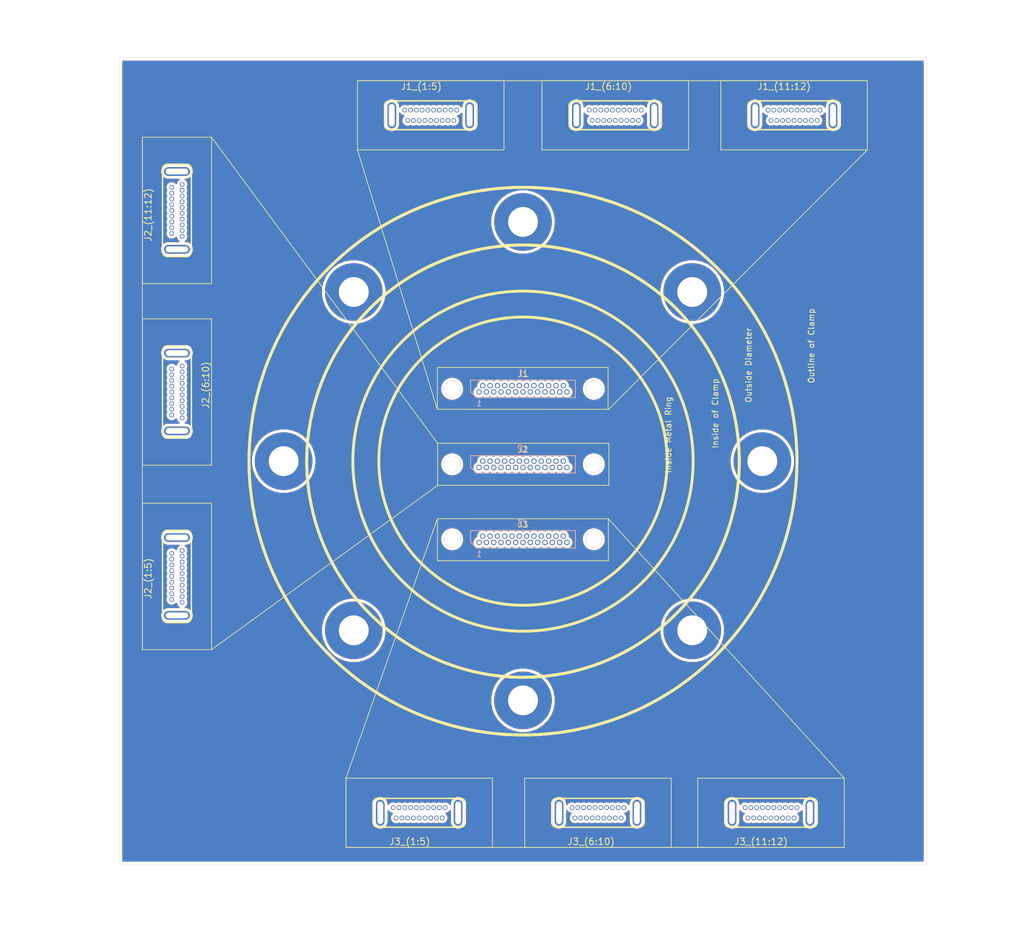
<source format=kicad_pcb>
(kicad_pcb (version 20171130) (host pcbnew "(5.1.9)-1")
  (layers (0 F.Cu signal) (1 In1.Cu signal) (2 In2.Cu signal) (31 B.Cu signal) (34 B.Paste user) (35 F.Paste user) (36 B.SilkS user) (37 F.SilkS user) (38 B.Mask user) (39 F.Mask user) (44 Edge.Cuts user))
  (net 0 "")
  (net 1 "Net-(J1-Pad19)")
  (net 2 "Net-(J1-Pad18)")
  (net 3 "Net-(J1-Pad17)")
  (net 4 "Net-(J1-Pad16)")
  (net 5 "Net-(J1-Pad15)")
  (net 6 "Net-(J1-Pad14)")
  (net 7 "Net-(J1-Pad13)")
  (net 8 "Net-(J1-Pad12)")
  (net 9 "Net-(J1-Pad11)")
  (net 10 "Net-(J1-Pad10)")
  (net 11 "Net-(J1-Pad9)")
  (net 12 "Net-(J1-Pad8)")
  (net 13 "Net-(J1-Pad7)")
  (net 14 "Net-(J1-Pad6)")
  (net 15 "Net-(J1-Pad5)")
  (net 16 "Net-(J1-Pad4)")
  (net 17 "Net-(J1-Pad3)")
  (net 18 "Net-(J1-Pad2)")
  (net 19 "Net-(J1-Pad1)")
  (net 20 "Net-(J2-Pad1)")
  (net 21 "Net-(J2-Pad2)")
  (net 22 "Net-(J2-Pad3)")
  (net 23 "Net-(J2-Pad4)")
  (net 24 "Net-(J2-Pad5)")
  (net 25 "Net-(J2-Pad6)")
  (net 26 "Net-(J2-Pad7)")
  (net 27 "Net-(J2-Pad8)")
  (net 28 "Net-(J2-Pad9)")
  (net 29 "Net-(J2-Pad10)")
  (net 30 "Net-(J2-Pad11)")
  (net 31 "Net-(J2-Pad12)")
  (net 32 "Net-(J2-Pad13)")
  (net 33 "Net-(J2-Pad14)")
  (net 34 "Net-(J2-Pad15)")
  (net 35 "Net-(J2-Pad16)")
  (net 36 "Net-(J2-Pad17)")
  (net 37 "Net-(J2-Pad18)")
  (net 38 "Net-(J2-Pad19)")
  (net 39 "Net-(J3-Pad1)")
  (net 40 "Net-(J3-Pad2)")
  (net 41 "Net-(J3-Pad3)")
  (net 42 "Net-(J3-Pad4)")
  (net 43 "Net-(J3-Pad5)")
  (net 44 "Net-(J3-Pad6)")
  (net 45 "Net-(J3-Pad7)")
  (net 46 "Net-(J3-Pad8)")
  (net 47 "Net-(J3-Pad9)")
  (net 48 "Net-(J3-Pad10)")
  (net 49 "Net-(J3-Pad11)")
  (net 50 "Net-(J3-Pad12)")
  (net 51 "Net-(J3-Pad13)")
  (net 52 "Net-(J3-Pad14)")
  (net 53 "Net-(J3-Pad15)")
  (net 54 "Net-(J3-Pad16)")
  (net 55 "Net-(J3-Pad17)")
  (net 56 "Net-(J3-Pad18)")
  (net 57 "Net-(J3-Pad19)")
  (net 58 "Net-(J4-Pad13)")
  (net 59 "Net-(J5-Pad1)")
  (net 60 "Net-(J5-Pad2)")
  (net 61 "Net-(J5-Pad3)")
  (net 62 "Net-(J5-Pad4)")
  (net 63 "Net-(J5-Pad5)")
  (net 64 "Net-(J5-Pad6)")
  (net 65 "Net-(J5-Pad7)")
  (net 66 "Net-(J5-Pad8)")
  (net 67 "Net-(J5-Pad9)")
  (net 68 "Net-(J5-Pad10)")
  (net 69 "Net-(J5-Pad11)")
  (net 70 "Net-(J5-Pad12)")
  (net 71 "Net-(J5-Pad13)")
  (net 72 "Net-(J5-Pad14)")
  (net 73 "Net-(J5-Pad15)")
  (net 74 "Net-(J5-Pad16)")
  (net 75 "Net-(J5-Pad17)")
  (net 76 "Net-(J5-Pad18)")
  (net 77 "Net-(J5-Pad19)")
  (net 78 "Net-(J6-Pad19)")
  (net 79 "Net-(J6-Pad18)")
  (net 80 "Net-(J6-Pad17)")
  (net 81 "Net-(J6-Pad16)")
  (net 82 "Net-(J6-Pad15)")
  (net 83 "Net-(J6-Pad14)")
  (net 84 "Net-(J6-Pad13)")
  (net 85 "Net-(J6-Pad12)")
  (net 86 "Net-(J6-Pad11)")
  (net 87 "Net-(J6-Pad10)")
  (net 88 "Net-(J6-Pad9)")
  (net 89 "Net-(J6-Pad8)")
  (net 90 "Net-(J6-Pad7)")
  (net 91 "Net-(J6-Pad6)")
  (net 92 "Net-(J6-Pad5)")
  (net 93 "Net-(J6-Pad4)")
  (net 94 "Net-(J6-Pad3)")
  (net 95 "Net-(J6-Pad2)")
  (net 96 "Net-(J6-Pad1)")
  (net 97 "Net-(J7-Pad19)")
  (net 98 "Net-(J7-Pad18)")
  (net 99 "Net-(J7-Pad17)")
  (net 100 "Net-(J7-Pad16)")
  (net 101 "Net-(J7-Pad15)")
  (net 102 "Net-(J7-Pad14)")
  (net 103 "Net-(J7-Pad13)")
  (net 104 "Net-(J7-Pad12)")
  (net 105 "Net-(J7-Pad11)")
  (net 106 "Net-(J7-Pad10)")
  (net 107 "Net-(J7-Pad9)")
  (net 108 "Net-(J7-Pad8)")
  (net 109 "Net-(J7-Pad7)")
  (net 110 "Net-(J7-Pad6)")
  (net 111 "Net-(J7-Pad5)")
  (net 112 "Net-(J7-Pad4)")
  (net 113 "Net-(J7-Pad3)")
  (net 114 "Net-(J7-Pad2)")
  (net 115 "Net-(J7-Pad1)")
  (net 116 "Net-(J8-Pad13)")
  (net 117 "Net-(J12-Pad23)")
  (net 118 "Net-(J9-Pad18)")
  (net 119 "Net-(J9-Pad17)")
  (net 120 "Net-(J9-Pad16)")
  (net 121 "Net-(J9-Pad15)")
  (net 122 "Net-(J12-Pad10)")
  (net 123 "Net-(J9-Pad13)")
  (net 124 "Net-(J12-Pad22)")
  (net 125 "Net-(J9-Pad11)")
  (net 126 "Net-(J12-Pad9)")
  (net 127 "Net-(J12-Pad21)")
  (net 128 "Net-(J9-Pad8)")
  (net 129 "Net-(J12-Pad8)")
  (net 130 "Net-(J12-Pad20)")
  (net 131 "Net-(J9-Pad5)")
  (net 132 "Net-(J12-Pad7)")
  (net 133 "Net-(J12-Pad19)")
  (net 134 "Net-(J9-Pad2)")
  (net 135 "Net-(J12-Pad6)")
  (net 136 "Net-(J10-Pad1)")
  (net 137 "Net-(J10-Pad2)")
  (net 138 "Net-(J10-Pad3)")
  (net 139 "Net-(J10-Pad4)")
  (net 140 "Net-(J10-Pad5)")
  (net 141 "Net-(J10-Pad6)")
  (net 142 "Net-(J10-Pad7)")
  (net 143 "Net-(J10-Pad8)")
  (net 144 "Net-(J10-Pad9)")
  (net 145 "Net-(J10-Pad10)")
  (net 146 "Net-(J10-Pad11)")
  (net 147 "Net-(J10-Pad12)")
  (net 148 "Net-(J10-Pad13)")
  (net 149 "Net-(J10-Pad14)")
  (net 150 "Net-(J10-Pad15)")
  (net 151 "Net-(J10-Pad16)")
  (net 152 "Net-(J10-Pad17)")
  (net 153 "Net-(J10-Pad18)")
  (net 154 "Net-(J10-Pad19)")
  (net 155 "Net-(J11-Pad1)")
  (net 156 "Net-(J11-Pad2)")
  (net 157 "Net-(J11-Pad3)")
  (net 158 "Net-(J11-Pad4)")
  (net 159 "Net-(J11-Pad5)")
  (net 160 "Net-(J11-Pad6)")
  (net 161 "Net-(J11-Pad7)")
  (net 162 "Net-(J11-Pad8)")
  (net 163 "Net-(J11-Pad9)")
  (net 164 "Net-(J11-Pad10)")
  (net 165 "Net-(J11-Pad11)")
  (net 166 "Net-(J11-Pad12)")
  (net 167 "Net-(J11-Pad13)")
  (net 168 "Net-(J11-Pad14)")
  (net 169 "Net-(J11-Pad15)")
  (net 170 "Net-(J11-Pad16)")
  (net 171 "Net-(J11-Pad17)")
  (net 172 "Net-(J11-Pad18)")
  (net 173 "Net-(J11-Pad19)")
  (net 174 "Net-(J12-Pad13)")
  (net 175 "Net-(J13-Pad1)")
  (module Connector:KF50_Print (layer F.Cu) (at 0 0)
    (fp_text reference J2 (at 0 -2) (layer F.SilkS))
    (fp_text value Conn_01x08)
    (fp_text user "Inside Metal Ring" (at 25.2 -4.57 90) (layer F.SilkS))
    (fp_text user "Outside Diameter" (at 39.11 -16.65 90) (layer F.SilkS))
    (fp_text user "Inside of Clamp" (at 33.34 -8.28 90) (layer F.SilkS))
    (fp_text user "Outline of Clamp" (at 50 -20 90) (layer F.SilkS))
    (pad 8 thru_hole circle (at -29.344931 29.344931) (size 10 10) (drill 5.17) (layers *.Cu *.Mask) (net 175 "Net-(J13-Pad1)"))
    (pad 7 thru_hole circle (at -41.5 0) (size 10 10) (drill 5.17) (layers *.Cu *.Mask) (net 175 "Net-(J13-Pad1)"))
    (pad 6 thru_hole circle (at -29.344931 -29.344931) (size 10 10) (drill 5.17) (layers *.Cu *.Mask) (net 175 "Net-(J13-Pad1)"))
    (pad 5 thru_hole circle (at 0 -41.5) (size 10 10) (drill 5.17) (layers *.Cu *.Mask) (net 175 "Net-(J13-Pad1)"))
    (pad 4 thru_hole circle (at 29.344931 -29.344931) (size 10 10) (drill 5.17) (layers *.Cu *.Mask) (net 175 "Net-(J13-Pad1)"))
    (pad 3 thru_hole circle (at 41.5 0) (size 10 10) (drill 5.17) (layers *.Cu *.Mask) (net 175 "Net-(J13-Pad1)"))
    (pad 2 thru_hole circle (at 29.344931 29.344931) (size 10 10) (drill 5.17) (layers *.Cu *.Mask) (net 175 "Net-(J13-Pad1)"))
    (pad 1 thru_hole circle (at 0 41.5) (size 10 10) (drill 5.17) (layers *.Cu *.Mask) (net 175 "Net-(J13-Pad1)"))
  )
  (module Connector:Norcomp-380-025-113L001-microd_NoLeads (layer B.Cu) (at 0 -12.55)
    (fp_text reference J1 (at 0 -2.71) (layer B.SilkS) (effects (font (size 1.2 1.2)) (justify mirror)))
    (fp_text value DB25_Male)
    (fp_text user J1 (at 0 -2.55) (layer F.SilkS))
    (fp_text user 1 (at -7.62 2.54) (layer B.SilkS) (effects (justify mirror)))
    (pad 27 thru_hole oval (at -12.275 0) (size 2.81 2.81) (drill 2.81) (layers *.Cu *.Mask))
    (pad 26 thru_hole oval (at 12.275 0) (size 2.81 2.81) (drill 2.81) (layers *.Cu *.Mask))
    (pad 13 thru_hole oval (at 7.62 0.55) (size 0.92 0.92) (drill 0.61) (layers *.Cu *.Mask) (net 58 "Net-(J4-Pad13)"))
    (pad 25 thru_hole oval (at 6.985 -0.55) (size 0.92 0.92) (drill 0.61) (layers *.Cu *.Mask) (net 44 "Net-(J3-Pad6)"))
    (pad 12 thru_hole oval (at 6.35 0.55) (size 0.92 0.92) (drill 0.61) (layers *.Cu *.Mask) (net 42 "Net-(J3-Pad4)"))
    (pad 24 thru_hole oval (at 5.715 -0.55) (size 0.92 0.92) (drill 0.61) (layers *.Cu *.Mask) (net 41 "Net-(J3-Pad3)"))
    (pad 11 thru_hole oval (at 5.08 0.55) (size 0.92 0.92) (drill 0.61) (layers *.Cu *.Mask) (net 39 "Net-(J3-Pad1)"))
    (pad 23 thru_hole oval (at 4.445 -0.55) (size 0.92 0.92) (drill 0.61) (layers *.Cu *.Mask) (net 1 "Net-(J1-Pad19)"))
    (pad 10 thru_hole oval (at 3.81 0.55) (size 0.92 0.92) (drill 0.61) (layers *.Cu *.Mask) (net 6 "Net-(J1-Pad14)"))
    (pad 22 thru_hole oval (at 3.175 -0.55) (size 0.92 0.92) (drill 0.61) (layers *.Cu *.Mask) (net 8 "Net-(J1-Pad12)"))
    (pad 9 thru_hole oval (at 2.54 0.55) (size 0.92 0.92) (drill 0.61) (layers *.Cu *.Mask) (net 10 "Net-(J1-Pad10)"))
    (pad 21 thru_hole oval (at 1.905 -0.55) (size 0.92 0.92) (drill 0.61) (layers *.Cu *.Mask) (net 11 "Net-(J1-Pad9)"))
    (pad 8 thru_hole oval (at 1.27 0.55) (size 0.92 0.92) (drill 0.61) (layers *.Cu *.Mask) (net 13 "Net-(J1-Pad7)"))
    (pad 20 thru_hole oval (at 0.635 -0.55) (size 0.92 0.92) (drill 0.61) (layers *.Cu *.Mask) (net 14 "Net-(J1-Pad6)"))
    (pad 7 thru_hole oval (at 0 0.55) (size 0.92 0.92) (drill 0.61) (layers *.Cu *.Mask) (net 16 "Net-(J1-Pad4)"))
    (pad 19 thru_hole oval (at -0.635 -0.55) (size 0.92 0.92) (drill 0.61) (layers *.Cu *.Mask) (net 17 "Net-(J1-Pad3)"))
    (pad 6 thru_hole oval (at -1.27 0.55) (size 0.92 0.92) (drill 0.61) (layers *.Cu *.Mask) (net 19 "Net-(J1-Pad1)"))
    (pad 18 thru_hole oval (at -1.905 -0.55) (size 0.92 0.92) (drill 0.61) (layers *.Cu *.Mask) (net 38 "Net-(J2-Pad19)"))
    (pad 5 thru_hole oval (at -2.54 0.55) (size 0.92 0.92) (drill 0.61) (layers *.Cu *.Mask) (net 33 "Net-(J2-Pad14)"))
    (pad 17 thru_hole oval (at -3.175 -0.55) (size 0.92 0.92) (drill 0.61) (layers *.Cu *.Mask) (net 31 "Net-(J2-Pad12)"))
    (pad 4 thru_hole oval (at -3.81 0.55) (size 0.92 0.92) (drill 0.61) (layers *.Cu *.Mask) (net 29 "Net-(J2-Pad10)"))
    (pad 16 thru_hole oval (at -4.445 -0.55) (size 0.92 0.92) (drill 0.61) (layers *.Cu *.Mask) (net 28 "Net-(J2-Pad9)"))
    (pad 3 thru_hole oval (at -5.08 0.55) (size 0.92 0.92) (drill 0.61) (layers *.Cu *.Mask) (net 26 "Net-(J2-Pad7)"))
    (pad 15 thru_hole oval (at -5.715 -0.55) (size 0.92 0.92) (drill 0.61) (layers *.Cu *.Mask) (net 25 "Net-(J2-Pad6)"))
    (pad 2 thru_hole oval (at -6.35 0.55) (size 0.92 0.92) (drill 0.61) (layers *.Cu *.Mask) (net 23 "Net-(J2-Pad4)"))
    (pad 14 thru_hole oval (at -6.985 -0.55) (size 0.92 0.92) (drill 0.61) (layers *.Cu *.Mask) (net 22 "Net-(J2-Pad3)"))
    (pad 1 thru_hole oval (at -7.62 0.55) (size 0.92 0.92) (drill 0.61) (layers *.Cu *.Mask) (net 20 "Net-(J2-Pad1)"))
  )
  (module Connector:HDMI-Vertical-Male-JLBPCB (layer F.Cu) (at 13 61 180)
    (fp_text reference "J3_(6:10)" (at -3 -5) (layer F.SilkS) (effects (font (size 1.143 1.143) (thickness 0.152)) (justify right)))
    (fp_text value HDMI_A_1.4 hide)
    (pad 0 thru_hole oval (at -6.75 0 180) (size 1.5 4.5) (drill oval 1 3.9) (layers *.Cu *.Mask))
    (pad 0 thru_hole oval (at 6.75 0 180) (size 1.5 4.5) (drill oval 1 3.9) (layers *.Cu *.Mask))
    (pad 19 thru_hole circle (at -4.5 0.9 180) (size 0.8 0.8) (drill 0.55) (layers *.Cu *.Mask) (net 117 "Net-(J12-Pad23)"))
    (pad 18 thru_hole circle (at -4 -0.9 180) (size 0.8 0.8) (drill 0.55) (layers *.Cu *.Mask) (net 118 "Net-(J9-Pad18)"))
    (pad 17 thru_hole circle (at -3.5 0.9 180) (size 0.8 0.8) (drill 0.55) (layers *.Cu *.Mask) (net 119 "Net-(J9-Pad17)"))
    (pad 16 thru_hole circle (at -3 -0.9 180) (size 0.8 0.8) (drill 0.55) (layers *.Cu *.Mask) (net 120 "Net-(J9-Pad16)"))
    (pad 15 thru_hole circle (at -2.5 0.9 180) (size 0.8 0.8) (drill 0.55) (layers *.Cu *.Mask) (net 121 "Net-(J9-Pad15)"))
    (pad 14 thru_hole circle (at -2 -0.9 180) (size 0.8 0.8) (drill 0.55) (layers *.Cu *.Mask) (net 122 "Net-(J12-Pad10)"))
    (pad 13 thru_hole circle (at -1.5 0.9 180) (size 0.8 0.8) (drill 0.55) (layers *.Cu *.Mask) (net 123 "Net-(J9-Pad13)"))
    (pad 12 thru_hole circle (at -1 -0.9 180) (size 0.8 0.8) (drill 0.55) (layers *.Cu *.Mask) (net 124 "Net-(J12-Pad22)"))
    (pad 11 thru_hole circle (at -0.5 0.9 180) (size 0.8 0.8) (drill 0.55) (layers *.Cu *.Mask) (net 125 "Net-(J9-Pad11)"))
    (pad 10 thru_hole circle (at 0 -0.9 180) (size 0.8 0.8) (drill 0.55) (layers *.Cu *.Mask) (net 126 "Net-(J12-Pad9)"))
    (pad 9 thru_hole circle (at 0.5 0.9 180) (size 0.8 0.8) (drill 0.55) (layers *.Cu *.Mask) (net 127 "Net-(J12-Pad21)"))
    (pad 8 thru_hole circle (at 1 -0.9 180) (size 0.8 0.8) (drill 0.55) (layers *.Cu *.Mask) (net 128 "Net-(J9-Pad8)"))
    (pad 7 thru_hole circle (at 1.5 0.9 180) (size 0.8 0.8) (drill 0.55) (layers *.Cu *.Mask) (net 129 "Net-(J12-Pad8)"))
    (pad 6 thru_hole circle (at 2 -0.9 180) (size 0.8 0.8) (drill 0.55) (layers *.Cu *.Mask) (net 130 "Net-(J12-Pad20)"))
    (pad 5 thru_hole circle (at 2.5 0.9 180) (size 0.8 0.8) (drill 0.55) (layers *.Cu *.Mask) (net 131 "Net-(J9-Pad5)"))
    (pad 4 thru_hole circle (at 3 -0.9 180) (size 0.8 0.8) (drill 0.55) (layers *.Cu *.Mask) (net 132 "Net-(J12-Pad7)"))
    (pad 3 thru_hole circle (at 3.5 0.9 180) (size 0.8 0.8) (drill 0.55) (layers *.Cu *.Mask) (net 133 "Net-(J12-Pad19)"))
    (pad 2 thru_hole circle (at 4 -0.9 180) (size 0.8 0.8) (drill 0.55) (layers *.Cu *.Mask) (net 134 "Net-(J9-Pad2)"))
    (pad 1 thru_hole circle (at 4.5 0.9 180) (size 0.8 0.8) (drill 0.55) (layers *.Cu *.Mask) (net 135 "Net-(J12-Pad6)"))
  )
  (module Connector:HDMI-Vertical-Male-JLBPCB (layer F.Cu) (at 43 61 180)
    (fp_text reference "J3_(11:12)" (at -3 -5) (layer F.SilkS) (effects (font (size 1.143 1.143) (thickness 0.152)) (justify right)))
    (fp_text value HDMI_A_1.4 hide)
    (pad 0 thru_hole oval (at -6.75 0 180) (size 1.5 4.5) (drill oval 1 3.9) (layers *.Cu *.Mask))
    (pad 0 thru_hole oval (at 6.75 0 180) (size 1.5 4.5) (drill oval 1 3.9) (layers *.Cu *.Mask))
    (pad 19 thru_hole circle (at -4.5 0.9 180) (size 0.8 0.8) (drill 0.55) (layers *.Cu *.Mask) (net 173 "Net-(J11-Pad19)"))
    (pad 18 thru_hole circle (at -4 -0.9 180) (size 0.8 0.8) (drill 0.55) (layers *.Cu *.Mask) (net 172 "Net-(J11-Pad18)"))
    (pad 17 thru_hole circle (at -3.5 0.9 180) (size 0.8 0.8) (drill 0.55) (layers *.Cu *.Mask) (net 171 "Net-(J11-Pad17)"))
    (pad 16 thru_hole circle (at -3 -0.9 180) (size 0.8 0.8) (drill 0.55) (layers *.Cu *.Mask) (net 170 "Net-(J11-Pad16)"))
    (pad 15 thru_hole circle (at -2.5 0.9 180) (size 0.8 0.8) (drill 0.55) (layers *.Cu *.Mask) (net 169 "Net-(J11-Pad15)"))
    (pad 14 thru_hole circle (at -2 -0.9 180) (size 0.8 0.8) (drill 0.55) (layers *.Cu *.Mask) (net 168 "Net-(J11-Pad14)"))
    (pad 13 thru_hole circle (at -1.5 0.9 180) (size 0.8 0.8) (drill 0.55) (layers *.Cu *.Mask) (net 167 "Net-(J11-Pad13)"))
    (pad 12 thru_hole circle (at -1 -0.9 180) (size 0.8 0.8) (drill 0.55) (layers *.Cu *.Mask) (net 166 "Net-(J11-Pad12)"))
    (pad 11 thru_hole circle (at -0.5 0.9 180) (size 0.8 0.8) (drill 0.55) (layers *.Cu *.Mask) (net 165 "Net-(J11-Pad11)"))
    (pad 10 thru_hole circle (at 0 -0.9 180) (size 0.8 0.8) (drill 0.55) (layers *.Cu *.Mask) (net 164 "Net-(J11-Pad10)"))
    (pad 9 thru_hole circle (at 0.5 0.9 180) (size 0.8 0.8) (drill 0.55) (layers *.Cu *.Mask) (net 163 "Net-(J11-Pad9)"))
    (pad 8 thru_hole circle (at 1 -0.9 180) (size 0.8 0.8) (drill 0.55) (layers *.Cu *.Mask) (net 162 "Net-(J11-Pad8)"))
    (pad 7 thru_hole circle (at 1.5 0.9 180) (size 0.8 0.8) (drill 0.55) (layers *.Cu *.Mask) (net 161 "Net-(J11-Pad7)"))
    (pad 6 thru_hole circle (at 2 -0.9 180) (size 0.8 0.8) (drill 0.55) (layers *.Cu *.Mask) (net 160 "Net-(J11-Pad6)"))
    (pad 5 thru_hole circle (at 2.5 0.9 180) (size 0.8 0.8) (drill 0.55) (layers *.Cu *.Mask) (net 159 "Net-(J11-Pad5)"))
    (pad 4 thru_hole circle (at 3 -0.9 180) (size 0.8 0.8) (drill 0.55) (layers *.Cu *.Mask) (net 158 "Net-(J11-Pad4)"))
    (pad 3 thru_hole circle (at 3.5 0.9 180) (size 0.8 0.8) (drill 0.55) (layers *.Cu *.Mask) (net 157 "Net-(J11-Pad3)"))
    (pad 2 thru_hole circle (at 4 -0.9 180) (size 0.8 0.8) (drill 0.55) (layers *.Cu *.Mask) (net 156 "Net-(J11-Pad2)"))
    (pad 1 thru_hole circle (at 4.5 0.9 180) (size 0.8 0.8) (drill 0.55) (layers *.Cu *.Mask) (net 155 "Net-(J11-Pad1)"))
  )
  (module Connector:HDMI-Vertical-Male-JLBPCB (layer F.Cu) (at 16 -60 180)
    (fp_text reference "J1_(6:10)" (at -3 5) (layer F.SilkS) (effects (font (size 1.143 1.143) (thickness 0.152)) (justify right)))
    (fp_text value HDMI_A_1.4 hide)
    (pad 0 thru_hole oval (at -6.75 0 180) (size 1.5 4.5) (drill oval 1 3.9) (layers *.Cu *.Mask))
    (pad 0 thru_hole oval (at 6.75 0 180) (size 1.5 4.5) (drill oval 1 3.9) (layers *.Cu *.Mask))
    (pad 19 thru_hole circle (at -4.5 0.9 180) (size 0.8 0.8) (drill 0.55) (layers *.Cu *.Mask) (net 1 "Net-(J1-Pad19)"))
    (pad 18 thru_hole circle (at -4 -0.9 180) (size 0.8 0.8) (drill 0.55) (layers *.Cu *.Mask) (net 2 "Net-(J1-Pad18)"))
    (pad 17 thru_hole circle (at -3.5 0.9 180) (size 0.8 0.8) (drill 0.55) (layers *.Cu *.Mask) (net 3 "Net-(J1-Pad17)"))
    (pad 16 thru_hole circle (at -3 -0.9 180) (size 0.8 0.8) (drill 0.55) (layers *.Cu *.Mask) (net 4 "Net-(J1-Pad16)"))
    (pad 15 thru_hole circle (at -2.5 0.9 180) (size 0.8 0.8) (drill 0.55) (layers *.Cu *.Mask) (net 5 "Net-(J1-Pad15)"))
    (pad 14 thru_hole circle (at -2 -0.9 180) (size 0.8 0.8) (drill 0.55) (layers *.Cu *.Mask) (net 6 "Net-(J1-Pad14)"))
    (pad 13 thru_hole circle (at -1.5 0.9 180) (size 0.8 0.8) (drill 0.55) (layers *.Cu *.Mask) (net 7 "Net-(J1-Pad13)"))
    (pad 12 thru_hole circle (at -1 -0.9 180) (size 0.8 0.8) (drill 0.55) (layers *.Cu *.Mask) (net 8 "Net-(J1-Pad12)"))
    (pad 11 thru_hole circle (at -0.5 0.9 180) (size 0.8 0.8) (drill 0.55) (layers *.Cu *.Mask) (net 9 "Net-(J1-Pad11)"))
    (pad 10 thru_hole circle (at 0 -0.9 180) (size 0.8 0.8) (drill 0.55) (layers *.Cu *.Mask) (net 10 "Net-(J1-Pad10)"))
    (pad 9 thru_hole circle (at 0.5 0.9 180) (size 0.8 0.8) (drill 0.55) (layers *.Cu *.Mask) (net 11 "Net-(J1-Pad9)"))
    (pad 8 thru_hole circle (at 1 -0.9 180) (size 0.8 0.8) (drill 0.55) (layers *.Cu *.Mask) (net 12 "Net-(J1-Pad8)"))
    (pad 7 thru_hole circle (at 1.5 0.9 180) (size 0.8 0.8) (drill 0.55) (layers *.Cu *.Mask) (net 13 "Net-(J1-Pad7)"))
    (pad 6 thru_hole circle (at 2 -0.9 180) (size 0.8 0.8) (drill 0.55) (layers *.Cu *.Mask) (net 14 "Net-(J1-Pad6)"))
    (pad 5 thru_hole circle (at 2.5 0.9 180) (size 0.8 0.8) (drill 0.55) (layers *.Cu *.Mask) (net 15 "Net-(J1-Pad5)"))
    (pad 4 thru_hole circle (at 3 -0.9 180) (size 0.8 0.8) (drill 0.55) (layers *.Cu *.Mask) (net 16 "Net-(J1-Pad4)"))
    (pad 3 thru_hole circle (at 3.5 0.9 180) (size 0.8 0.8) (drill 0.55) (layers *.Cu *.Mask) (net 17 "Net-(J1-Pad3)"))
    (pad 2 thru_hole circle (at 4 -0.9 180) (size 0.8 0.8) (drill 0.55) (layers *.Cu *.Mask) (net 18 "Net-(J1-Pad2)"))
    (pad 1 thru_hole circle (at 4.5 0.9 180) (size 0.8 0.8) (drill 0.55) (layers *.Cu *.Mask) (net 19 "Net-(J1-Pad1)"))
  )
  (module Connector:HDMI-Vertical-Male-JLBPCB (layer F.Cu) (at -16 -60 180)
    (fp_text reference "J1_(1:5)" (at -2 5) (layer F.SilkS) (effects (font (size 1.143 1.143) (thickness 0.152)) (justify right)))
    (fp_text value HDMI_A_1.4 hide)
    (pad 0 thru_hole oval (at -6.75 0 180) (size 1.5 4.5) (drill oval 1 3.9) (layers *.Cu *.Mask))
    (pad 0 thru_hole oval (at 6.75 0 180) (size 1.5 4.5) (drill oval 1 3.9) (layers *.Cu *.Mask))
    (pad 19 thru_hole circle (at -4.5 0.9 180) (size 0.8 0.8) (drill 0.55) (layers *.Cu *.Mask) (net 38 "Net-(J2-Pad19)"))
    (pad 18 thru_hole circle (at -4 -0.9 180) (size 0.8 0.8) (drill 0.55) (layers *.Cu *.Mask) (net 37 "Net-(J2-Pad18)"))
    (pad 17 thru_hole circle (at -3.5 0.9 180) (size 0.8 0.8) (drill 0.55) (layers *.Cu *.Mask) (net 36 "Net-(J2-Pad17)"))
    (pad 16 thru_hole circle (at -3 -0.9 180) (size 0.8 0.8) (drill 0.55) (layers *.Cu *.Mask) (net 35 "Net-(J2-Pad16)"))
    (pad 15 thru_hole circle (at -2.5 0.9 180) (size 0.8 0.8) (drill 0.55) (layers *.Cu *.Mask) (net 34 "Net-(J2-Pad15)"))
    (pad 14 thru_hole circle (at -2 -0.9 180) (size 0.8 0.8) (drill 0.55) (layers *.Cu *.Mask) (net 33 "Net-(J2-Pad14)"))
    (pad 13 thru_hole circle (at -1.5 0.9 180) (size 0.8 0.8) (drill 0.55) (layers *.Cu *.Mask) (net 32 "Net-(J2-Pad13)"))
    (pad 12 thru_hole circle (at -1 -0.9 180) (size 0.8 0.8) (drill 0.55) (layers *.Cu *.Mask) (net 31 "Net-(J2-Pad12)"))
    (pad 11 thru_hole circle (at -0.5 0.9 180) (size 0.8 0.8) (drill 0.55) (layers *.Cu *.Mask) (net 30 "Net-(J2-Pad11)"))
    (pad 10 thru_hole circle (at 0 -0.9 180) (size 0.8 0.8) (drill 0.55) (layers *.Cu *.Mask) (net 29 "Net-(J2-Pad10)"))
    (pad 9 thru_hole circle (at 0.5 0.9 180) (size 0.8 0.8) (drill 0.55) (layers *.Cu *.Mask) (net 28 "Net-(J2-Pad9)"))
    (pad 8 thru_hole circle (at 1 -0.9 180) (size 0.8 0.8) (drill 0.55) (layers *.Cu *.Mask) (net 27 "Net-(J2-Pad8)"))
    (pad 7 thru_hole circle (at 1.5 0.9 180) (size 0.8 0.8) (drill 0.55) (layers *.Cu *.Mask) (net 26 "Net-(J2-Pad7)"))
    (pad 6 thru_hole circle (at 2 -0.9 180) (size 0.8 0.8) (drill 0.55) (layers *.Cu *.Mask) (net 25 "Net-(J2-Pad6)"))
    (pad 5 thru_hole circle (at 2.5 0.9 180) (size 0.8 0.8) (drill 0.55) (layers *.Cu *.Mask) (net 24 "Net-(J2-Pad5)"))
    (pad 4 thru_hole circle (at 3 -0.9 180) (size 0.8 0.8) (drill 0.55) (layers *.Cu *.Mask) (net 23 "Net-(J2-Pad4)"))
    (pad 3 thru_hole circle (at 3.5 0.9 180) (size 0.8 0.8) (drill 0.55) (layers *.Cu *.Mask) (net 22 "Net-(J2-Pad3)"))
    (pad 2 thru_hole circle (at 4 -0.9 180) (size 0.8 0.8) (drill 0.55) (layers *.Cu *.Mask) (net 21 "Net-(J2-Pad2)"))
    (pad 1 thru_hole circle (at 4.5 0.9 180) (size 0.8 0.8) (drill 0.55) (layers *.Cu *.Mask) (net 20 "Net-(J2-Pad1)"))
  )
  (module Connector:HDMI-Vertical-Male-JLBPCB (layer F.Cu) (at 47 -60 180)
    (fp_text reference "J1_(11:12)" (at -3 5) (layer F.SilkS) (effects (font (size 1.143 1.143) (thickness 0.152)) (justify right)))
    (fp_text value HDMI_A_1.4 hide)
    (pad 0 thru_hole oval (at -6.75 0 180) (size 1.5 4.5) (drill oval 1 3.9) (layers *.Cu *.Mask))
    (pad 0 thru_hole oval (at 6.75 0 180) (size 1.5 4.5) (drill oval 1 3.9) (layers *.Cu *.Mask))
    (pad 19 thru_hole circle (at -4.5 0.9 180) (size 0.8 0.8) (drill 0.55) (layers *.Cu *.Mask) (net 57 "Net-(J3-Pad19)"))
    (pad 18 thru_hole circle (at -4 -0.9 180) (size 0.8 0.8) (drill 0.55) (layers *.Cu *.Mask) (net 56 "Net-(J3-Pad18)"))
    (pad 17 thru_hole circle (at -3.5 0.9 180) (size 0.8 0.8) (drill 0.55) (layers *.Cu *.Mask) (net 55 "Net-(J3-Pad17)"))
    (pad 16 thru_hole circle (at -3 -0.9 180) (size 0.8 0.8) (drill 0.55) (layers *.Cu *.Mask) (net 54 "Net-(J3-Pad16)"))
    (pad 15 thru_hole circle (at -2.5 0.9 180) (size 0.8 0.8) (drill 0.55) (layers *.Cu *.Mask) (net 53 "Net-(J3-Pad15)"))
    (pad 14 thru_hole circle (at -2 -0.9 180) (size 0.8 0.8) (drill 0.55) (layers *.Cu *.Mask) (net 52 "Net-(J3-Pad14)"))
    (pad 13 thru_hole circle (at -1.5 0.9 180) (size 0.8 0.8) (drill 0.55) (layers *.Cu *.Mask) (net 51 "Net-(J3-Pad13)"))
    (pad 12 thru_hole circle (at -1 -0.9 180) (size 0.8 0.8) (drill 0.55) (layers *.Cu *.Mask) (net 50 "Net-(J3-Pad12)"))
    (pad 11 thru_hole circle (at -0.5 0.9 180) (size 0.8 0.8) (drill 0.55) (layers *.Cu *.Mask) (net 49 "Net-(J3-Pad11)"))
    (pad 10 thru_hole circle (at 0 -0.9 180) (size 0.8 0.8) (drill 0.55) (layers *.Cu *.Mask) (net 48 "Net-(J3-Pad10)"))
    (pad 9 thru_hole circle (at 0.5 0.9 180) (size 0.8 0.8) (drill 0.55) (layers *.Cu *.Mask) (net 47 "Net-(J3-Pad9)"))
    (pad 8 thru_hole circle (at 1 -0.9 180) (size 0.8 0.8) (drill 0.55) (layers *.Cu *.Mask) (net 46 "Net-(J3-Pad8)"))
    (pad 7 thru_hole circle (at 1.5 0.9 180) (size 0.8 0.8) (drill 0.55) (layers *.Cu *.Mask) (net 45 "Net-(J3-Pad7)"))
    (pad 6 thru_hole circle (at 2 -0.9 180) (size 0.8 0.8) (drill 0.55) (layers *.Cu *.Mask) (net 44 "Net-(J3-Pad6)"))
    (pad 5 thru_hole circle (at 2.5 0.9 180) (size 0.8 0.8) (drill 0.55) (layers *.Cu *.Mask) (net 43 "Net-(J3-Pad5)"))
    (pad 4 thru_hole circle (at 3 -0.9 180) (size 0.8 0.8) (drill 0.55) (layers *.Cu *.Mask) (net 42 "Net-(J3-Pad4)"))
    (pad 3 thru_hole circle (at 3.5 0.9 180) (size 0.8 0.8) (drill 0.55) (layers *.Cu *.Mask) (net 41 "Net-(J3-Pad3)"))
    (pad 2 thru_hole circle (at 4 -0.9 180) (size 0.8 0.8) (drill 0.55) (layers *.Cu *.Mask) (net 40 "Net-(J3-Pad2)"))
    (pad 1 thru_hole circle (at 4.5 0.9 180) (size 0.8 0.8) (drill 0.55) (layers *.Cu *.Mask) (net 39 "Net-(J3-Pad1)"))
  )
  (module Connector:HDMI-Vertical-Male-JLBPCB (layer F.Cu) (at -60 -12 90)
    (fp_text reference "J2_(6:10)" (at -3 5 90) (layer F.SilkS) (effects (font (size 1.143 1.143) (thickness 0.152)) (justify left)))
    (fp_text value HDMI_A_1.4 hide)
    (pad 0 thru_hole oval (at -6.75 0 90) (size 1.5 4.5) (drill oval 1 3.9) (layers *.Cu *.Mask))
    (pad 0 thru_hole oval (at 6.75 0 90) (size 1.5 4.5) (drill oval 1 3.9) (layers *.Cu *.Mask))
    (pad 19 thru_hole circle (at -4.5 0.9 90) (size 0.8 0.8) (drill 0.55) (layers *.Cu *.Mask) (net 77 "Net-(J5-Pad19)"))
    (pad 18 thru_hole circle (at -4 -0.9 90) (size 0.8 0.8) (drill 0.55) (layers *.Cu *.Mask) (net 76 "Net-(J5-Pad18)"))
    (pad 17 thru_hole circle (at -3.5 0.9 90) (size 0.8 0.8) (drill 0.55) (layers *.Cu *.Mask) (net 75 "Net-(J5-Pad17)"))
    (pad 16 thru_hole circle (at -3 -0.9 90) (size 0.8 0.8) (drill 0.55) (layers *.Cu *.Mask) (net 74 "Net-(J5-Pad16)"))
    (pad 15 thru_hole circle (at -2.5 0.9 90) (size 0.8 0.8) (drill 0.55) (layers *.Cu *.Mask) (net 73 "Net-(J5-Pad15)"))
    (pad 14 thru_hole circle (at -2 -0.9 90) (size 0.8 0.8) (drill 0.55) (layers *.Cu *.Mask) (net 72 "Net-(J5-Pad14)"))
    (pad 13 thru_hole circle (at -1.5 0.9 90) (size 0.8 0.8) (drill 0.55) (layers *.Cu *.Mask) (net 71 "Net-(J5-Pad13)"))
    (pad 12 thru_hole circle (at -1 -0.9 90) (size 0.8 0.8) (drill 0.55) (layers *.Cu *.Mask) (net 70 "Net-(J5-Pad12)"))
    (pad 11 thru_hole circle (at -0.5 0.9 90) (size 0.8 0.8) (drill 0.55) (layers *.Cu *.Mask) (net 69 "Net-(J5-Pad11)"))
    (pad 10 thru_hole circle (at 0 -0.9 90) (size 0.8 0.8) (drill 0.55) (layers *.Cu *.Mask) (net 68 "Net-(J5-Pad10)"))
    (pad 9 thru_hole circle (at 0.5 0.9 90) (size 0.8 0.8) (drill 0.55) (layers *.Cu *.Mask) (net 67 "Net-(J5-Pad9)"))
    (pad 8 thru_hole circle (at 1 -0.9 90) (size 0.8 0.8) (drill 0.55) (layers *.Cu *.Mask) (net 66 "Net-(J5-Pad8)"))
    (pad 7 thru_hole circle (at 1.5 0.9 90) (size 0.8 0.8) (drill 0.55) (layers *.Cu *.Mask) (net 65 "Net-(J5-Pad7)"))
    (pad 6 thru_hole circle (at 2 -0.9 90) (size 0.8 0.8) (drill 0.55) (layers *.Cu *.Mask) (net 64 "Net-(J5-Pad6)"))
    (pad 5 thru_hole circle (at 2.5 0.9 90) (size 0.8 0.8) (drill 0.55) (layers *.Cu *.Mask) (net 63 "Net-(J5-Pad5)"))
    (pad 4 thru_hole circle (at 3 -0.9 90) (size 0.8 0.8) (drill 0.55) (layers *.Cu *.Mask) (net 62 "Net-(J5-Pad4)"))
    (pad 3 thru_hole circle (at 3.5 0.9 90) (size 0.8 0.8) (drill 0.55) (layers *.Cu *.Mask) (net 61 "Net-(J5-Pad3)"))
    (pad 2 thru_hole circle (at 4 -0.9 90) (size 0.8 0.8) (drill 0.55) (layers *.Cu *.Mask) (net 60 "Net-(J5-Pad2)"))
    (pad 1 thru_hole circle (at 4.5 0.9 90) (size 0.8 0.8) (drill 0.55) (layers *.Cu *.Mask) (net 59 "Net-(J5-Pad1)"))
  )
  (module Connector:HDMI-Vertical-Male-JLBPCB (layer F.Cu) (at -60 20 90)
    (fp_text reference "J2_(1:5)" (at -4 -5 90) (layer F.SilkS) (effects (font (size 1.143 1.143) (thickness 0.152)) (justify left)))
    (fp_text value HDMI_A_1.4 hide)
    (pad 0 thru_hole oval (at -6.75 0 90) (size 1.5 4.5) (drill oval 1 3.9) (layers *.Cu *.Mask))
    (pad 0 thru_hole oval (at 6.75 0 90) (size 1.5 4.5) (drill oval 1 3.9) (layers *.Cu *.Mask))
    (pad 19 thru_hole circle (at -4.5 0.9 90) (size 0.8 0.8) (drill 0.55) (layers *.Cu *.Mask) (net 78 "Net-(J6-Pad19)"))
    (pad 18 thru_hole circle (at -4 -0.9 90) (size 0.8 0.8) (drill 0.55) (layers *.Cu *.Mask) (net 79 "Net-(J6-Pad18)"))
    (pad 17 thru_hole circle (at -3.5 0.9 90) (size 0.8 0.8) (drill 0.55) (layers *.Cu *.Mask) (net 80 "Net-(J6-Pad17)"))
    (pad 16 thru_hole circle (at -3 -0.9 90) (size 0.8 0.8) (drill 0.55) (layers *.Cu *.Mask) (net 81 "Net-(J6-Pad16)"))
    (pad 15 thru_hole circle (at -2.5 0.9 90) (size 0.8 0.8) (drill 0.55) (layers *.Cu *.Mask) (net 82 "Net-(J6-Pad15)"))
    (pad 14 thru_hole circle (at -2 -0.9 90) (size 0.8 0.8) (drill 0.55) (layers *.Cu *.Mask) (net 83 "Net-(J6-Pad14)"))
    (pad 13 thru_hole circle (at -1.5 0.9 90) (size 0.8 0.8) (drill 0.55) (layers *.Cu *.Mask) (net 84 "Net-(J6-Pad13)"))
    (pad 12 thru_hole circle (at -1 -0.9 90) (size 0.8 0.8) (drill 0.55) (layers *.Cu *.Mask) (net 85 "Net-(J6-Pad12)"))
    (pad 11 thru_hole circle (at -0.5 0.9 90) (size 0.8 0.8) (drill 0.55) (layers *.Cu *.Mask) (net 86 "Net-(J6-Pad11)"))
    (pad 10 thru_hole circle (at 0 -0.9 90) (size 0.8 0.8) (drill 0.55) (layers *.Cu *.Mask) (net 87 "Net-(J6-Pad10)"))
    (pad 9 thru_hole circle (at 0.5 0.9 90) (size 0.8 0.8) (drill 0.55) (layers *.Cu *.Mask) (net 88 "Net-(J6-Pad9)"))
    (pad 8 thru_hole circle (at 1 -0.9 90) (size 0.8 0.8) (drill 0.55) (layers *.Cu *.Mask) (net 89 "Net-(J6-Pad8)"))
    (pad 7 thru_hole circle (at 1.5 0.9 90) (size 0.8 0.8) (drill 0.55) (layers *.Cu *.Mask) (net 90 "Net-(J6-Pad7)"))
    (pad 6 thru_hole circle (at 2 -0.9 90) (size 0.8 0.8) (drill 0.55) (layers *.Cu *.Mask) (net 91 "Net-(J6-Pad6)"))
    (pad 5 thru_hole circle (at 2.5 0.9 90) (size 0.8 0.8) (drill 0.55) (layers *.Cu *.Mask) (net 92 "Net-(J6-Pad5)"))
    (pad 4 thru_hole circle (at 3 -0.9 90) (size 0.8 0.8) (drill 0.55) (layers *.Cu *.Mask) (net 93 "Net-(J6-Pad4)"))
    (pad 3 thru_hole circle (at 3.5 0.9 90) (size 0.8 0.8) (drill 0.55) (layers *.Cu *.Mask) (net 94 "Net-(J6-Pad3)"))
    (pad 2 thru_hole circle (at 4 -0.9 90) (size 0.8 0.8) (drill 0.55) (layers *.Cu *.Mask) (net 95 "Net-(J6-Pad2)"))
    (pad 1 thru_hole circle (at 4.5 0.9 90) (size 0.8 0.8) (drill 0.55) (layers *.Cu *.Mask) (net 96 "Net-(J6-Pad1)"))
  )
  (module Connector:HDMI-Vertical-Male-JLBPCB (layer F.Cu) (at -60 -43.5 90)
    (fp_text reference "J2_(11:12)" (at -5.5 -5 90) (layer F.SilkS) (effects (font (size 1.143 1.143) (thickness 0.152)) (justify left)))
    (fp_text value HDMI_A_1.4 hide)
    (pad 0 thru_hole oval (at -6.75 0 90) (size 1.5 4.5) (drill oval 1 3.9) (layers *.Cu *.Mask))
    (pad 0 thru_hole oval (at 6.75 0 90) (size 1.5 4.5) (drill oval 1 3.9) (layers *.Cu *.Mask))
    (pad 19 thru_hole circle (at -4.5 0.9 90) (size 0.8 0.8) (drill 0.55) (layers *.Cu *.Mask) (net 97 "Net-(J7-Pad19)"))
    (pad 18 thru_hole circle (at -4 -0.9 90) (size 0.8 0.8) (drill 0.55) (layers *.Cu *.Mask) (net 98 "Net-(J7-Pad18)"))
    (pad 17 thru_hole circle (at -3.5 0.9 90) (size 0.8 0.8) (drill 0.55) (layers *.Cu *.Mask) (net 99 "Net-(J7-Pad17)"))
    (pad 16 thru_hole circle (at -3 -0.9 90) (size 0.8 0.8) (drill 0.55) (layers *.Cu *.Mask) (net 100 "Net-(J7-Pad16)"))
    (pad 15 thru_hole circle (at -2.5 0.9 90) (size 0.8 0.8) (drill 0.55) (layers *.Cu *.Mask) (net 101 "Net-(J7-Pad15)"))
    (pad 14 thru_hole circle (at -2 -0.9 90) (size 0.8 0.8) (drill 0.55) (layers *.Cu *.Mask) (net 102 "Net-(J7-Pad14)"))
    (pad 13 thru_hole circle (at -1.5 0.9 90) (size 0.8 0.8) (drill 0.55) (layers *.Cu *.Mask) (net 103 "Net-(J7-Pad13)"))
    (pad 12 thru_hole circle (at -1 -0.9 90) (size 0.8 0.8) (drill 0.55) (layers *.Cu *.Mask) (net 104 "Net-(J7-Pad12)"))
    (pad 11 thru_hole circle (at -0.5 0.9 90) (size 0.8 0.8) (drill 0.55) (layers *.Cu *.Mask) (net 105 "Net-(J7-Pad11)"))
    (pad 10 thru_hole circle (at 0 -0.9 90) (size 0.8 0.8) (drill 0.55) (layers *.Cu *.Mask) (net 106 "Net-(J7-Pad10)"))
    (pad 9 thru_hole circle (at 0.5 0.9 90) (size 0.8 0.8) (drill 0.55) (layers *.Cu *.Mask) (net 107 "Net-(J7-Pad9)"))
    (pad 8 thru_hole circle (at 1 -0.9 90) (size 0.8 0.8) (drill 0.55) (layers *.Cu *.Mask) (net 108 "Net-(J7-Pad8)"))
    (pad 7 thru_hole circle (at 1.5 0.9 90) (size 0.8 0.8) (drill 0.55) (layers *.Cu *.Mask) (net 109 "Net-(J7-Pad7)"))
    (pad 6 thru_hole circle (at 2 -0.9 90) (size 0.8 0.8) (drill 0.55) (layers *.Cu *.Mask) (net 110 "Net-(J7-Pad6)"))
    (pad 5 thru_hole circle (at 2.5 0.9 90) (size 0.8 0.8) (drill 0.55) (layers *.Cu *.Mask) (net 111 "Net-(J7-Pad5)"))
    (pad 4 thru_hole circle (at 3 -0.9 90) (size 0.8 0.8) (drill 0.55) (layers *.Cu *.Mask) (net 112 "Net-(J7-Pad4)"))
    (pad 3 thru_hole circle (at 3.5 0.9 90) (size 0.8 0.8) (drill 0.55) (layers *.Cu *.Mask) (net 113 "Net-(J7-Pad3)"))
    (pad 2 thru_hole circle (at 4 -0.9 90) (size 0.8 0.8) (drill 0.55) (layers *.Cu *.Mask) (net 114 "Net-(J7-Pad2)"))
    (pad 1 thru_hole circle (at 4.5 0.9 90) (size 0.8 0.8) (drill 0.55) (layers *.Cu *.Mask) (net 115 "Net-(J7-Pad1)"))
  )
  (module Connector:Norcomp-380-025-113L001-microd_NoLeads (layer B.Cu) (at 0 0.55)
    (fp_text reference J2 (at 0 -2.71) (layer B.SilkS) (effects (font (size 1.2 1.2)) (justify mirror)))
    (fp_text value DB25_Male)
    (pad 27 thru_hole oval (at -12.275 0) (size 2.81 2.81) (drill 2.81) (layers *.Cu *.Mask))
    (pad 26 thru_hole oval (at 12.275 0) (size 2.81 2.81) (drill 2.81) (layers *.Cu *.Mask))
    (pad 13 thru_hole oval (at 7.62 0.55) (size 0.92 0.92) (drill 0.61) (layers *.Cu *.Mask) (net 116 "Net-(J8-Pad13)"))
    (pad 25 thru_hole oval (at 6.985 -0.55) (size 0.92 0.92) (drill 0.61) (layers *.Cu *.Mask) (net 110 "Net-(J7-Pad6)"))
    (pad 12 thru_hole oval (at 6.35 0.55) (size 0.92 0.92) (drill 0.61) (layers *.Cu *.Mask) (net 112 "Net-(J7-Pad4)"))
    (pad 24 thru_hole oval (at 5.715 -0.55) (size 0.92 0.92) (drill 0.61) (layers *.Cu *.Mask) (net 113 "Net-(J7-Pad3)"))
    (pad 11 thru_hole oval (at 5.08 0.55) (size 0.92 0.92) (drill 0.61) (layers *.Cu *.Mask) (net 115 "Net-(J7-Pad1)"))
    (pad 23 thru_hole oval (at 4.445 -0.55) (size 0.92 0.92) (drill 0.61) (layers *.Cu *.Mask) (net 77 "Net-(J5-Pad19)"))
    (pad 10 thru_hole oval (at 3.81 0.55) (size 0.92 0.92) (drill 0.61) (layers *.Cu *.Mask) (net 72 "Net-(J5-Pad14)"))
    (pad 22 thru_hole oval (at 3.175 -0.55) (size 0.92 0.92) (drill 0.61) (layers *.Cu *.Mask) (net 70 "Net-(J5-Pad12)"))
    (pad 9 thru_hole oval (at 2.54 0.55) (size 0.92 0.92) (drill 0.61) (layers *.Cu *.Mask) (net 68 "Net-(J5-Pad10)"))
    (pad 21 thru_hole oval (at 1.905 -0.55) (size 0.92 0.92) (drill 0.61) (layers *.Cu *.Mask) (net 67 "Net-(J5-Pad9)"))
    (pad 8 thru_hole oval (at 1.27 0.55) (size 0.92 0.92) (drill 0.61) (layers *.Cu *.Mask) (net 65 "Net-(J5-Pad7)"))
    (pad 20 thru_hole oval (at 0.635 -0.55) (size 0.92 0.92) (drill 0.61) (layers *.Cu *.Mask) (net 64 "Net-(J5-Pad6)"))
    (pad 7 thru_hole oval (at 0 0.55) (size 0.92 0.92) (drill 0.61) (layers *.Cu *.Mask) (net 62 "Net-(J5-Pad4)"))
    (pad 19 thru_hole oval (at -0.635 -0.55) (size 0.92 0.92) (drill 0.61) (layers *.Cu *.Mask) (net 61 "Net-(J5-Pad3)"))
    (pad 6 thru_hole oval (at -1.27 0.55) (size 0.92 0.92) (drill 0.61) (layers *.Cu *.Mask) (net 59 "Net-(J5-Pad1)"))
    (pad 18 thru_hole oval (at -1.905 -0.55) (size 0.92 0.92) (drill 0.61) (layers *.Cu *.Mask) (net 78 "Net-(J6-Pad19)"))
    (pad 5 thru_hole oval (at -2.54 0.55) (size 0.92 0.92) (drill 0.61) (layers *.Cu *.Mask) (net 83 "Net-(J6-Pad14)"))
    (pad 17 thru_hole oval (at -3.175 -0.55) (size 0.92 0.92) (drill 0.61) (layers *.Cu *.Mask) (net 85 "Net-(J6-Pad12)"))
    (pad 4 thru_hole oval (at -3.81 0.55) (size 0.92 0.92) (drill 0.61) (layers *.Cu *.Mask) (net 87 "Net-(J6-Pad10)"))
    (pad 16 thru_hole oval (at -4.445 -0.55) (size 0.92 0.92) (drill 0.61) (layers *.Cu *.Mask) (net 88 "Net-(J6-Pad9)"))
    (pad 3 thru_hole oval (at -5.08 0.55) (size 0.92 0.92) (drill 0.61) (layers *.Cu *.Mask) (net 90 "Net-(J6-Pad7)"))
    (pad 15 thru_hole oval (at -5.715 -0.55) (size 0.92 0.92) (drill 0.61) (layers *.Cu *.Mask) (net 91 "Net-(J6-Pad6)"))
    (pad 2 thru_hole oval (at -6.35 0.55) (size 0.92 0.92) (drill 0.61) (layers *.Cu *.Mask) (net 93 "Net-(J6-Pad4)"))
    (pad 14 thru_hole oval (at -6.985 -0.55) (size 0.92 0.92) (drill 0.61) (layers *.Cu *.Mask) (net 94 "Net-(J6-Pad3)"))
    (pad 1 thru_hole oval (at -7.62 0.55) (size 0.92 0.92) (drill 0.61) (layers *.Cu *.Mask) (net 96 "Net-(J6-Pad1)"))
  )
  (module Connector:HDMI-Vertical-Male-JLBPCB (layer F.Cu) (at -18 61 180)
    (fp_text reference "J3_(1:5)" (at -2 -5) (layer F.SilkS) (effects (font (size 1.143 1.143) (thickness 0.152)) (justify right)))
    (fp_text value HDMI_A_1.4 hide)
    (pad 0 thru_hole oval (at -6.75 0 180) (size 1.5 4.5) (drill oval 1 3.9) (layers *.Cu *.Mask))
    (pad 0 thru_hole oval (at 6.75 0 180) (size 1.5 4.5) (drill oval 1 3.9) (layers *.Cu *.Mask))
    (pad 19 thru_hole circle (at -4.5 0.9 180) (size 0.8 0.8) (drill 0.55) (layers *.Cu *.Mask) (net 154 "Net-(J10-Pad19)"))
    (pad 18 thru_hole circle (at -4 -0.9 180) (size 0.8 0.8) (drill 0.55) (layers *.Cu *.Mask) (net 153 "Net-(J10-Pad18)"))
    (pad 17 thru_hole circle (at -3.5 0.9 180) (size 0.8 0.8) (drill 0.55) (layers *.Cu *.Mask) (net 152 "Net-(J10-Pad17)"))
    (pad 16 thru_hole circle (at -3 -0.9 180) (size 0.8 0.8) (drill 0.55) (layers *.Cu *.Mask) (net 151 "Net-(J10-Pad16)"))
    (pad 15 thru_hole circle (at -2.5 0.9 180) (size 0.8 0.8) (drill 0.55) (layers *.Cu *.Mask) (net 150 "Net-(J10-Pad15)"))
    (pad 14 thru_hole circle (at -2 -0.9 180) (size 0.8 0.8) (drill 0.55) (layers *.Cu *.Mask) (net 149 "Net-(J10-Pad14)"))
    (pad 13 thru_hole circle (at -1.5 0.9 180) (size 0.8 0.8) (drill 0.55) (layers *.Cu *.Mask) (net 148 "Net-(J10-Pad13)"))
    (pad 12 thru_hole circle (at -1 -0.9 180) (size 0.8 0.8) (drill 0.55) (layers *.Cu *.Mask) (net 147 "Net-(J10-Pad12)"))
    (pad 11 thru_hole circle (at -0.5 0.9 180) (size 0.8 0.8) (drill 0.55) (layers *.Cu *.Mask) (net 146 "Net-(J10-Pad11)"))
    (pad 10 thru_hole circle (at 0 -0.9 180) (size 0.8 0.8) (drill 0.55) (layers *.Cu *.Mask) (net 145 "Net-(J10-Pad10)"))
    (pad 9 thru_hole circle (at 0.5 0.9 180) (size 0.8 0.8) (drill 0.55) (layers *.Cu *.Mask) (net 144 "Net-(J10-Pad9)"))
    (pad 8 thru_hole circle (at 1 -0.9 180) (size 0.8 0.8) (drill 0.55) (layers *.Cu *.Mask) (net 143 "Net-(J10-Pad8)"))
    (pad 7 thru_hole circle (at 1.5 0.9 180) (size 0.8 0.8) (drill 0.55) (layers *.Cu *.Mask) (net 142 "Net-(J10-Pad7)"))
    (pad 6 thru_hole circle (at 2 -0.9 180) (size 0.8 0.8) (drill 0.55) (layers *.Cu *.Mask) (net 141 "Net-(J10-Pad6)"))
    (pad 5 thru_hole circle (at 2.5 0.9 180) (size 0.8 0.8) (drill 0.55) (layers *.Cu *.Mask) (net 140 "Net-(J10-Pad5)"))
    (pad 4 thru_hole circle (at 3 -0.9 180) (size 0.8 0.8) (drill 0.55) (layers *.Cu *.Mask) (net 139 "Net-(J10-Pad4)"))
    (pad 3 thru_hole circle (at 3.5 0.9 180) (size 0.8 0.8) (drill 0.55) (layers *.Cu *.Mask) (net 138 "Net-(J10-Pad3)"))
    (pad 2 thru_hole circle (at 4 -0.9 180) (size 0.8 0.8) (drill 0.55) (layers *.Cu *.Mask) (net 137 "Net-(J10-Pad2)"))
    (pad 1 thru_hole circle (at 4.5 0.9 180) (size 0.8 0.8) (drill 0.55) (layers *.Cu *.Mask) (net 136 "Net-(J10-Pad1)"))
  )
  (module Connector:Norcomp-380-025-113L001-microd_NoLeads (layer B.Cu) (at 0 13.55)
    (fp_text reference J3 (at 0 -2.71) (layer B.SilkS) (effects (font (size 1.2 1.2)) (justify mirror)))
    (fp_text value DB25_Male)
    (fp_text user J3 (at 0 -2.55) (layer F.SilkS))
    (fp_text user 1 (at -7.62 2.54) (layer B.SilkS) (effects (justify mirror)))
    (pad 27 thru_hole oval (at -12.275 0) (size 2.81 2.81) (drill 2.81) (layers *.Cu *.Mask))
    (pad 26 thru_hole oval (at 12.275 0) (size 2.81 2.81) (drill 2.81) (layers *.Cu *.Mask))
    (pad 13 thru_hole oval (at 7.62 0.55) (size 0.92 0.92) (drill 0.61) (layers *.Cu *.Mask) (net 174 "Net-(J12-Pad13)"))
    (pad 25 thru_hole oval (at 6.985 -0.55) (size 0.92 0.92) (drill 0.61) (layers *.Cu *.Mask) (net 160 "Net-(J11-Pad6)"))
    (pad 12 thru_hole oval (at 6.35 0.55) (size 0.92 0.92) (drill 0.61) (layers *.Cu *.Mask) (net 158 "Net-(J11-Pad4)"))
    (pad 24 thru_hole oval (at 5.715 -0.55) (size 0.92 0.92) (drill 0.61) (layers *.Cu *.Mask) (net 157 "Net-(J11-Pad3)"))
    (pad 11 thru_hole oval (at 5.08 0.55) (size 0.92 0.92) (drill 0.61) (layers *.Cu *.Mask) (net 155 "Net-(J11-Pad1)"))
    (pad 23 thru_hole oval (at 4.445 -0.55) (size 0.92 0.92) (drill 0.61) (layers *.Cu *.Mask) (net 117 "Net-(J12-Pad23)"))
    (pad 10 thru_hole oval (at 3.81 0.55) (size 0.92 0.92) (drill 0.61) (layers *.Cu *.Mask) (net 122 "Net-(J12-Pad10)"))
    (pad 22 thru_hole oval (at 3.175 -0.55) (size 0.92 0.92) (drill 0.61) (layers *.Cu *.Mask) (net 124 "Net-(J12-Pad22)"))
    (pad 9 thru_hole oval (at 2.54 0.55) (size 0.92 0.92) (drill 0.61) (layers *.Cu *.Mask) (net 126 "Net-(J12-Pad9)"))
    (pad 21 thru_hole oval (at 1.905 -0.55) (size 0.92 0.92) (drill 0.61) (layers *.Cu *.Mask) (net 127 "Net-(J12-Pad21)"))
    (pad 8 thru_hole oval (at 1.27 0.55) (size 0.92 0.92) (drill 0.61) (layers *.Cu *.Mask) (net 129 "Net-(J12-Pad8)"))
    (pad 20 thru_hole oval (at 0.635 -0.55) (size 0.92 0.92) (drill 0.61) (layers *.Cu *.Mask) (net 130 "Net-(J12-Pad20)"))
    (pad 7 thru_hole oval (at 0 0.55) (size 0.92 0.92) (drill 0.61) (layers *.Cu *.Mask) (net 132 "Net-(J12-Pad7)"))
    (pad 19 thru_hole oval (at -0.635 -0.55) (size 0.92 0.92) (drill 0.61) (layers *.Cu *.Mask) (net 133 "Net-(J12-Pad19)"))
    (pad 6 thru_hole oval (at -1.27 0.55) (size 0.92 0.92) (drill 0.61) (layers *.Cu *.Mask) (net 135 "Net-(J12-Pad6)"))
    (pad 18 thru_hole oval (at -1.905 -0.55) (size 0.92 0.92) (drill 0.61) (layers *.Cu *.Mask) (net 154 "Net-(J10-Pad19)"))
    (pad 5 thru_hole oval (at -2.54 0.55) (size 0.92 0.92) (drill 0.61) (layers *.Cu *.Mask) (net 149 "Net-(J10-Pad14)"))
    (pad 17 thru_hole oval (at -3.175 -0.55) (size 0.92 0.92) (drill 0.61) (layers *.Cu *.Mask) (net 147 "Net-(J10-Pad12)"))
    (pad 4 thru_hole oval (at -3.81 0.55) (size 0.92 0.92) (drill 0.61) (layers *.Cu *.Mask) (net 145 "Net-(J10-Pad10)"))
    (pad 16 thru_hole oval (at -4.445 -0.55) (size 0.92 0.92) (drill 0.61) (layers *.Cu *.Mask) (net 144 "Net-(J10-Pad9)"))
    (pad 3 thru_hole oval (at -5.08 0.55) (size 0.92 0.92) (drill 0.61) (layers *.Cu *.Mask) (net 142 "Net-(J10-Pad7)"))
    (pad 15 thru_hole oval (at -5.715 -0.55) (size 0.92 0.92) (drill 0.61) (layers *.Cu *.Mask) (net 141 "Net-(J10-Pad6)"))
    (pad 2 thru_hole oval (at -6.35 0.55) (size 0.92 0.92) (drill 0.61) (layers *.Cu *.Mask) (net 139 "Net-(J10-Pad4)"))
    (pad 14 thru_hole oval (at -6.985 -0.55) (size 0.92 0.92) (drill 0.61) (layers *.Cu *.Mask) (net 138 "Net-(J10-Pad3)"))
    (pad 1 thru_hole oval (at -7.62 0.55) (size 0.92 0.92) (drill 0.61) (layers *.Cu *.Mask) (net 136 "Net-(J10-Pad1)"))
  )
  (gr_line (start 14.75 -16.25) (end 14.75 -8.99) (layer F.SilkS) (width 0.12))
  (gr_line (start -14.86 -16.25) (end 14.75 -16.25) (layer F.SilkS) (width 0.12))
  (gr_line (start -14.86 -9) (end -14.86 -16.25) (layer F.SilkS) (width 0.12))
  (gr_line (start 14.8 10) (end 14.8 17.3) (layer F.SilkS) (width 0.12))
  (gr_line (start -14.84 17.27) (end 14.76 17.27) (layer F.SilkS) (width 0.12))
  (gr_line (start -14.84 9.97) (end -14.84 17.27) (layer F.SilkS) (width 0.12))
  (gr_line (start 14.9 4.2) (end -14.81 4.2) (layer F.SilkS) (width 0.12))
  (gr_line (start 14.9 -3.1) (end 14.9 4.2) (layer F.SilkS) (width 0.12))
  (gr_line (start -14.8 -3.1) (end 14.9 -3.1) (layer F.SilkS) (width 0.12))
  (gr_line (start 14.8 10) (end -14.84 9.97) (layer F.SilkS) (width 0.12))
  (gr_line (start 55.7 55) (end 14.8 10) (layer F.SilkS) (width 0.12))
  (gr_line (start -30.7 67) (end 55.7 67) (layer F.SilkS) (width 0.12))
  (gr_line (start -14.84 9.97) (end -30.7 55) (layer F.SilkS) (width 0.12))
  (gr_line (start -14.86 -9) (end 14.84 -8.99) (layer F.SilkS) (width 0.12))
  (gr_line (start -14.8 -3.1) (end -14.81 4.2) (layer F.SilkS) (width 0.12))
  (gr_line (start -54 32.7) (end -14.81 4.2) (layer F.SilkS) (width 0.12))
  (gr_line (start -66 -56.2) (end -66 32.7) (layer F.SilkS) (width 0.12))
  (gr_line (start -14.8 -3.1) (end -54 -56.2) (layer F.SilkS) (width 0.12))
  (gr_line (start -28.7 -66) (end 59.7 -66) (layer F.SilkS) (width 0.12))
  (gr_line (start -14.86 -9) (end -28.7 -54) (layer F.SilkS) (width 0.12))
  (gr_line (start 14.84 -8.99) (end 59.7 -54) (layer F.SilkS) (width 0.12))
  (gr_line (start -70 -70) (end 70 -70) (layer Edge.Cuts) (width 0.05))
  (gr_line (start -70 70) (end -70 -70) (layer Edge.Cuts) (width 0.05))
  (gr_line (start 70 70) (end -70 70) (layer Edge.Cuts) (width 0.05))
  (gr_line (start 70 -70) (end 70 70) (layer Edge.Cuts) (width 0.05))
  (zone (net 0) (net_name "") (layer F.Cu) (connect_pads (clearance 0.508)) (min_thickness 0.254) (fill yes (arc_segments 32) (thermal_gap 0.508) (thermal_bridge_width 0.508))
    (polygon (pts (xy 80 80) (xy -80 80) (xy -80 -80) (xy 80 -80)))
  )
  (zone (net 0) (net_name "") (layer B.Cu) (connect_pads (clearance 0.508)) (min_thickness 0.254) (fill yes (arc_segments 32) (thermal_gap 0.508) (thermal_bridge_width 0.508))
    (polygon (pts (xy 80 80) (xy -79 80) (xy -79 -80) (xy 80 -80)))
  )
)
</source>
